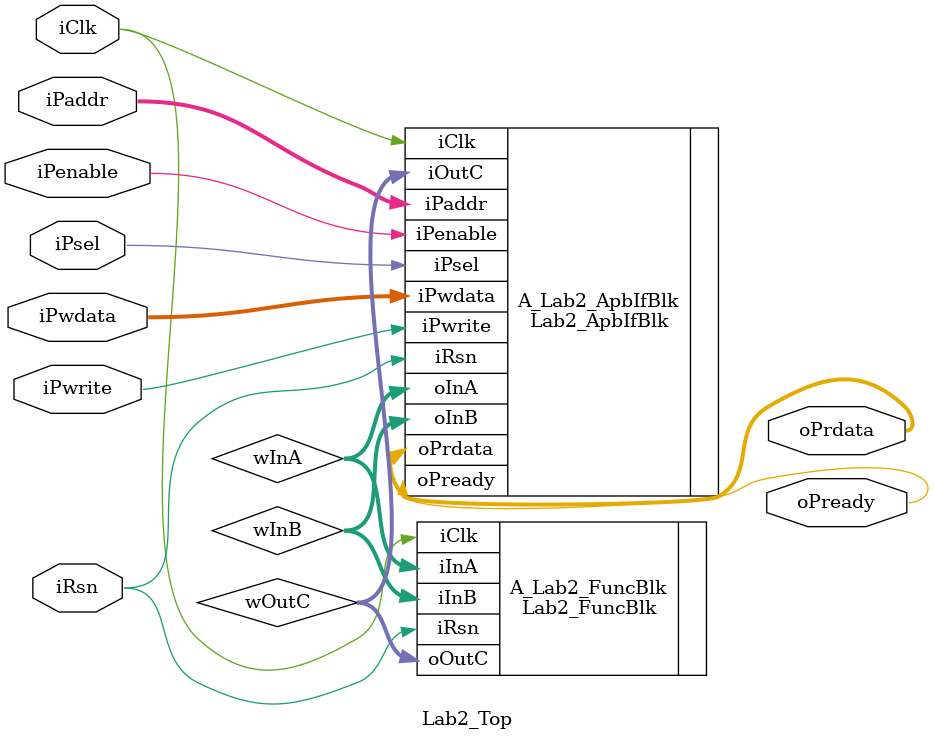
<source format=v>
/*******************************************************************
  - Project          : 2025 summer internship
  - File name        : Lab2_Top.v
  - Description      : Lab2 top file
  - Owner            : Inchul.song
  - Revision history : 1) 2024.12.26 : Initial release
                       2) 2025.06.25 : add oPready
*******************************************************************/

`timescale 1ns/10ps

module Lab2_Top (

  // Clock & reset
  input            iClk,               // Rising edge
  input            iRsn,               // Sync. & low reset


  // APB interface
  input            iPsel,
  input            iPenable,
  input            iPwrite,
  input  [15:0]    iPaddr,

  input  [31:0]    iPwdata,
  output [31:0]    oPrdata,
  output           oPready

  );


  // wire & reg declaration
  wire [31:0]      wInA;
  wire [31:0]      wInB;

  wire [31:0]      wOutC;


  // ApbIfBlk_Lab1 instantiation
  Lab2_ApbIfBlk A_Lab2_ApbIfBlk (

    // Clock & reset
    .iClk          (iClk),
    .iRsn          (iRsn),


    // APB interface
    .iPsel         (iPsel),
    .iPenable      (iPenable),
    .iPwrite       (iPwrite),
    .iPaddr        (iPaddr[15:0]),

    .iPwdata       (iPwdata[31:0]),
    .oPrdata       (oPrdata[31:0]),
    .oPready       (oPready),


    // Write register output
    .oInA          (wInA[31:0]),
    .oInB          (wInB[31:0]),


    // Read register input
    .iOutC         (wOutC[31:0])

  );


  // FstFuncBlk instantiation
  Lab2_FuncBlk A_Lab2_FuncBlk (

  // Clock & reset
  .iClk            (iClk),
  .iRsn            (iRsn),


  // Input from FstApbIfBlk.v
  .iInA            (wInA[31:0]),
  .iInB            (wInB[31:0]),


  // output to FstApbIfBlk.v
  .oOutC           (wOutC[31:0])

  );


endmodule

</source>
